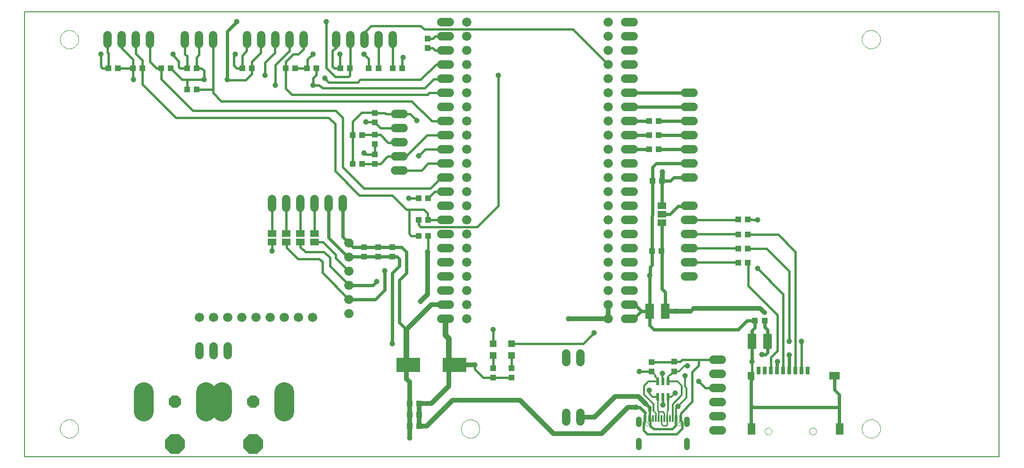
<source format=gtl>
G75*
%MOIN*%
%OFA0B0*%
%FSLAX24Y24*%
%IPPOS*%
%LPD*%
%AMOC8*
5,1,8,0,0,1.08239X$1,22.5*
%
%ADD10C,0.0050*%
%ADD11C,0.0660*%
%ADD12C,0.0000*%
%ADD13R,0.0394X0.0433*%
%ADD14R,0.0433X0.0394*%
%ADD15R,0.1693X0.0984*%
%ADD16R,0.0630X0.1063*%
%ADD17C,0.0600*%
%ADD18C,0.0594*%
%ADD19OC8,0.0886*%
%ADD20C,0.1384*%
%ADD21OC8,0.1384*%
%ADD22R,0.0472X0.0472*%
%ADD23R,0.0240X0.0450*%
%ADD24R,0.0120X0.0450*%
%ADD25C,0.0390*%
%ADD26R,0.0217X0.0531*%
%ADD27R,0.0551X0.0787*%
%ADD28R,0.0504X0.0551*%
%ADD29R,0.0768X0.0551*%
%ADD30R,0.0276X0.0551*%
%ADD31R,0.0630X0.0460*%
%ADD32C,0.0240*%
%ADD33C,0.0320*%
%ADD34C,0.0396*%
%ADD35C,0.0160*%
%ADD36C,0.0400*%
%ADD37C,0.0100*%
%ADD38C,0.0120*%
D10*
X000126Y010852D02*
X000126Y042348D01*
X069023Y042348D01*
X069023Y010852D01*
X000126Y010852D01*
D11*
X012476Y020693D03*
X013476Y020693D03*
X014476Y020693D03*
X015476Y020693D03*
X016476Y020693D03*
X017476Y020693D03*
X018476Y020693D03*
X019476Y020693D03*
X020476Y020693D03*
X023035Y020988D03*
X023035Y021988D03*
X023035Y022988D03*
X023035Y023988D03*
X023035Y024988D03*
X023035Y025988D03*
X031376Y025602D03*
X031376Y024602D03*
X031376Y023602D03*
X031376Y022602D03*
X031376Y021602D03*
X031376Y020602D03*
X031376Y026602D03*
X031376Y027602D03*
X031376Y028602D03*
X031376Y029602D03*
X031376Y030602D03*
X031376Y031602D03*
X031376Y032602D03*
X031376Y033602D03*
X031376Y034602D03*
X031376Y035602D03*
X031376Y036602D03*
X031376Y037602D03*
X031376Y038602D03*
X031376Y039602D03*
X031376Y040602D03*
X031376Y041602D03*
X041376Y041602D03*
X041376Y040602D03*
X041376Y039602D03*
X041376Y038602D03*
X041376Y037602D03*
X041376Y036602D03*
X041376Y035602D03*
X041376Y034602D03*
X041376Y033602D03*
X041376Y032602D03*
X041376Y031602D03*
X041376Y030602D03*
X041376Y029602D03*
X041376Y028602D03*
X041376Y027602D03*
X041376Y026602D03*
X041376Y025602D03*
X041376Y024602D03*
X041376Y023602D03*
X041376Y022602D03*
X041376Y021602D03*
X041376Y020602D03*
D12*
X043425Y013460D02*
X043427Y013481D01*
X043433Y013501D01*
X043442Y013521D01*
X043454Y013538D01*
X043469Y013552D01*
X043487Y013564D01*
X043507Y013572D01*
X043527Y013577D01*
X043548Y013578D01*
X043569Y013575D01*
X043589Y013569D01*
X043608Y013558D01*
X043625Y013545D01*
X043638Y013529D01*
X043649Y013511D01*
X043657Y013491D01*
X043661Y013471D01*
X043661Y013449D01*
X043657Y013429D01*
X043649Y013409D01*
X043638Y013391D01*
X043625Y013375D01*
X043608Y013362D01*
X043589Y013351D01*
X043569Y013345D01*
X043548Y013342D01*
X043527Y013343D01*
X043507Y013348D01*
X043487Y013356D01*
X043469Y013368D01*
X043454Y013382D01*
X043442Y013399D01*
X043433Y013419D01*
X043427Y013439D01*
X043425Y013460D01*
X043425Y013150D02*
X043427Y013171D01*
X043433Y013191D01*
X043442Y013211D01*
X043454Y013228D01*
X043469Y013242D01*
X043487Y013254D01*
X043507Y013262D01*
X043527Y013267D01*
X043548Y013268D01*
X043569Y013265D01*
X043589Y013259D01*
X043608Y013248D01*
X043625Y013235D01*
X043638Y013219D01*
X043649Y013201D01*
X043657Y013181D01*
X043661Y013161D01*
X043661Y013139D01*
X043657Y013119D01*
X043649Y013099D01*
X043638Y013081D01*
X043625Y013065D01*
X043608Y013052D01*
X043589Y013041D01*
X043569Y013035D01*
X043548Y013032D01*
X043527Y013033D01*
X043507Y013038D01*
X043487Y013046D01*
X043469Y013058D01*
X043454Y013072D01*
X043442Y013089D01*
X043433Y013109D01*
X043427Y013129D01*
X043425Y013150D01*
X043978Y013150D02*
X043980Y013172D01*
X043986Y013194D01*
X043995Y013214D01*
X044008Y013232D01*
X044024Y013248D01*
X044042Y013261D01*
X044062Y013270D01*
X044084Y013276D01*
X044106Y013278D01*
X044128Y013276D01*
X044150Y013270D01*
X044170Y013261D01*
X044188Y013248D01*
X044204Y013232D01*
X044217Y013214D01*
X044226Y013194D01*
X044232Y013172D01*
X044234Y013150D01*
X044232Y013128D01*
X044226Y013106D01*
X044217Y013086D01*
X044204Y013068D01*
X044188Y013052D01*
X044170Y013039D01*
X044150Y013030D01*
X044128Y013024D01*
X044106Y013022D01*
X044084Y013024D01*
X044062Y013030D01*
X044042Y013039D01*
X044024Y013052D01*
X044008Y013068D01*
X043995Y013086D01*
X043986Y013106D01*
X043980Y013128D01*
X043978Y013150D01*
X043425Y011960D02*
X043427Y011981D01*
X043433Y012001D01*
X043442Y012021D01*
X043454Y012038D01*
X043469Y012052D01*
X043487Y012064D01*
X043507Y012072D01*
X043527Y012077D01*
X043548Y012078D01*
X043569Y012075D01*
X043589Y012069D01*
X043608Y012058D01*
X043625Y012045D01*
X043638Y012029D01*
X043649Y012011D01*
X043657Y011991D01*
X043661Y011971D01*
X043661Y011949D01*
X043657Y011929D01*
X043649Y011909D01*
X043638Y011891D01*
X043625Y011875D01*
X043608Y011862D01*
X043589Y011851D01*
X043569Y011845D01*
X043548Y011842D01*
X043527Y011843D01*
X043507Y011848D01*
X043487Y011856D01*
X043469Y011868D01*
X043454Y011882D01*
X043442Y011899D01*
X043433Y011919D01*
X043427Y011939D01*
X043425Y011960D01*
X043425Y011491D02*
X043427Y011512D01*
X043433Y011532D01*
X043442Y011552D01*
X043454Y011569D01*
X043469Y011583D01*
X043487Y011595D01*
X043507Y011603D01*
X043527Y011608D01*
X043548Y011609D01*
X043569Y011606D01*
X043589Y011600D01*
X043608Y011589D01*
X043625Y011576D01*
X043638Y011560D01*
X043649Y011542D01*
X043657Y011522D01*
X043661Y011502D01*
X043661Y011480D01*
X043657Y011460D01*
X043649Y011440D01*
X043638Y011422D01*
X043625Y011406D01*
X043608Y011393D01*
X043589Y011382D01*
X043569Y011376D01*
X043548Y011373D01*
X043527Y011374D01*
X043507Y011379D01*
X043487Y011387D01*
X043469Y011399D01*
X043454Y011413D01*
X043442Y011430D01*
X043433Y011450D01*
X043427Y011470D01*
X043425Y011491D01*
X046253Y013150D02*
X046255Y013172D01*
X046261Y013194D01*
X046270Y013214D01*
X046283Y013232D01*
X046299Y013248D01*
X046317Y013261D01*
X046337Y013270D01*
X046359Y013276D01*
X046381Y013278D01*
X046403Y013276D01*
X046425Y013270D01*
X046445Y013261D01*
X046463Y013248D01*
X046479Y013232D01*
X046492Y013214D01*
X046501Y013194D01*
X046507Y013172D01*
X046509Y013150D01*
X046507Y013128D01*
X046501Y013106D01*
X046492Y013086D01*
X046479Y013068D01*
X046463Y013052D01*
X046445Y013039D01*
X046425Y013030D01*
X046403Y013024D01*
X046381Y013022D01*
X046359Y013024D01*
X046337Y013030D01*
X046317Y013039D01*
X046299Y013052D01*
X046283Y013068D01*
X046270Y013086D01*
X046261Y013106D01*
X046255Y013128D01*
X046253Y013150D01*
X046826Y013150D02*
X046828Y013171D01*
X046834Y013191D01*
X046843Y013211D01*
X046855Y013228D01*
X046870Y013242D01*
X046888Y013254D01*
X046908Y013262D01*
X046928Y013267D01*
X046949Y013268D01*
X046970Y013265D01*
X046990Y013259D01*
X047009Y013248D01*
X047026Y013235D01*
X047039Y013219D01*
X047050Y013201D01*
X047058Y013181D01*
X047062Y013161D01*
X047062Y013139D01*
X047058Y013119D01*
X047050Y013099D01*
X047039Y013081D01*
X047026Y013065D01*
X047009Y013052D01*
X046990Y013041D01*
X046970Y013035D01*
X046949Y013032D01*
X046928Y013033D01*
X046908Y013038D01*
X046888Y013046D01*
X046870Y013058D01*
X046855Y013072D01*
X046843Y013089D01*
X046834Y013109D01*
X046828Y013129D01*
X046826Y013150D01*
X046826Y013460D02*
X046828Y013481D01*
X046834Y013501D01*
X046843Y013521D01*
X046855Y013538D01*
X046870Y013552D01*
X046888Y013564D01*
X046908Y013572D01*
X046928Y013577D01*
X046949Y013578D01*
X046970Y013575D01*
X046990Y013569D01*
X047009Y013558D01*
X047026Y013545D01*
X047039Y013529D01*
X047050Y013511D01*
X047058Y013491D01*
X047062Y013471D01*
X047062Y013449D01*
X047058Y013429D01*
X047050Y013409D01*
X047039Y013391D01*
X047026Y013375D01*
X047009Y013362D01*
X046990Y013351D01*
X046970Y013345D01*
X046949Y013342D01*
X046928Y013343D01*
X046908Y013348D01*
X046888Y013356D01*
X046870Y013368D01*
X046855Y013382D01*
X046843Y013399D01*
X046834Y013419D01*
X046828Y013439D01*
X046826Y013460D01*
X046826Y011960D02*
X046828Y011981D01*
X046834Y012001D01*
X046843Y012021D01*
X046855Y012038D01*
X046870Y012052D01*
X046888Y012064D01*
X046908Y012072D01*
X046928Y012077D01*
X046949Y012078D01*
X046970Y012075D01*
X046990Y012069D01*
X047009Y012058D01*
X047026Y012045D01*
X047039Y012029D01*
X047050Y012011D01*
X047058Y011991D01*
X047062Y011971D01*
X047062Y011949D01*
X047058Y011929D01*
X047050Y011909D01*
X047039Y011891D01*
X047026Y011875D01*
X047009Y011862D01*
X046990Y011851D01*
X046970Y011845D01*
X046949Y011842D01*
X046928Y011843D01*
X046908Y011848D01*
X046888Y011856D01*
X046870Y011868D01*
X046855Y011882D01*
X046843Y011899D01*
X046834Y011919D01*
X046828Y011939D01*
X046826Y011960D01*
X046826Y011490D02*
X046828Y011511D01*
X046834Y011531D01*
X046843Y011551D01*
X046855Y011568D01*
X046870Y011582D01*
X046888Y011594D01*
X046908Y011602D01*
X046928Y011607D01*
X046949Y011608D01*
X046970Y011605D01*
X046990Y011599D01*
X047009Y011588D01*
X047026Y011575D01*
X047039Y011559D01*
X047050Y011541D01*
X047058Y011521D01*
X047062Y011501D01*
X047062Y011479D01*
X047058Y011459D01*
X047050Y011439D01*
X047039Y011421D01*
X047026Y011405D01*
X047009Y011392D01*
X046990Y011381D01*
X046970Y011375D01*
X046949Y011372D01*
X046928Y011373D01*
X046908Y011378D01*
X046888Y011386D01*
X046870Y011398D01*
X046855Y011412D01*
X046843Y011429D01*
X046834Y011449D01*
X046828Y011469D01*
X046826Y011490D01*
X052450Y012643D02*
X052452Y012674D01*
X052458Y012704D01*
X052467Y012734D01*
X052480Y012762D01*
X052497Y012788D01*
X052517Y012811D01*
X052539Y012833D01*
X052564Y012851D01*
X052591Y012866D01*
X052620Y012877D01*
X052650Y012885D01*
X052681Y012889D01*
X052711Y012889D01*
X052742Y012885D01*
X052772Y012877D01*
X052801Y012866D01*
X052828Y012851D01*
X052853Y012833D01*
X052875Y012811D01*
X052895Y012788D01*
X052912Y012762D01*
X052925Y012734D01*
X052934Y012704D01*
X052940Y012674D01*
X052942Y012643D01*
X052940Y012612D01*
X052934Y012582D01*
X052925Y012552D01*
X052912Y012524D01*
X052895Y012498D01*
X052875Y012475D01*
X052853Y012453D01*
X052828Y012435D01*
X052801Y012420D01*
X052772Y012409D01*
X052742Y012401D01*
X052711Y012397D01*
X052681Y012397D01*
X052650Y012401D01*
X052620Y012409D01*
X052591Y012420D01*
X052564Y012435D01*
X052539Y012453D01*
X052517Y012475D01*
X052497Y012498D01*
X052480Y012524D01*
X052467Y012552D01*
X052458Y012582D01*
X052452Y012612D01*
X052450Y012643D01*
X055600Y012643D02*
X055602Y012674D01*
X055608Y012704D01*
X055617Y012734D01*
X055630Y012762D01*
X055647Y012788D01*
X055667Y012811D01*
X055689Y012833D01*
X055714Y012851D01*
X055741Y012866D01*
X055770Y012877D01*
X055800Y012885D01*
X055831Y012889D01*
X055861Y012889D01*
X055892Y012885D01*
X055922Y012877D01*
X055951Y012866D01*
X055978Y012851D01*
X056003Y012833D01*
X056025Y012811D01*
X056045Y012788D01*
X056062Y012762D01*
X056075Y012734D01*
X056084Y012704D01*
X056090Y012674D01*
X056092Y012643D01*
X056090Y012612D01*
X056084Y012582D01*
X056075Y012552D01*
X056062Y012524D01*
X056045Y012498D01*
X056025Y012475D01*
X056003Y012453D01*
X055978Y012435D01*
X055951Y012420D01*
X055922Y012409D01*
X055892Y012401D01*
X055861Y012397D01*
X055831Y012397D01*
X055800Y012401D01*
X055770Y012409D01*
X055741Y012420D01*
X055714Y012435D01*
X055689Y012453D01*
X055667Y012475D01*
X055647Y012498D01*
X055630Y012524D01*
X055617Y012552D01*
X055608Y012582D01*
X055602Y012612D01*
X055600Y012643D01*
X059318Y012821D02*
X059320Y012871D01*
X059326Y012921D01*
X059336Y012971D01*
X059349Y013019D01*
X059366Y013067D01*
X059387Y013113D01*
X059411Y013157D01*
X059439Y013199D01*
X059470Y013239D01*
X059504Y013276D01*
X059541Y013311D01*
X059580Y013342D01*
X059621Y013371D01*
X059665Y013396D01*
X059711Y013418D01*
X059758Y013436D01*
X059806Y013450D01*
X059855Y013461D01*
X059905Y013468D01*
X059955Y013471D01*
X060006Y013470D01*
X060056Y013465D01*
X060106Y013456D01*
X060154Y013444D01*
X060202Y013427D01*
X060248Y013407D01*
X060293Y013384D01*
X060336Y013357D01*
X060376Y013327D01*
X060414Y013294D01*
X060449Y013258D01*
X060482Y013219D01*
X060511Y013178D01*
X060537Y013135D01*
X060560Y013090D01*
X060579Y013043D01*
X060594Y012995D01*
X060606Y012946D01*
X060614Y012896D01*
X060618Y012846D01*
X060618Y012796D01*
X060614Y012746D01*
X060606Y012696D01*
X060594Y012647D01*
X060579Y012599D01*
X060560Y012552D01*
X060537Y012507D01*
X060511Y012464D01*
X060482Y012423D01*
X060449Y012384D01*
X060414Y012348D01*
X060376Y012315D01*
X060336Y012285D01*
X060293Y012258D01*
X060248Y012235D01*
X060202Y012215D01*
X060154Y012198D01*
X060106Y012186D01*
X060056Y012177D01*
X060006Y012172D01*
X059955Y012171D01*
X059905Y012174D01*
X059855Y012181D01*
X059806Y012192D01*
X059758Y012206D01*
X059711Y012224D01*
X059665Y012246D01*
X059621Y012271D01*
X059580Y012300D01*
X059541Y012331D01*
X059504Y012366D01*
X059470Y012403D01*
X059439Y012443D01*
X059411Y012485D01*
X059387Y012529D01*
X059366Y012575D01*
X059349Y012623D01*
X059336Y012671D01*
X059326Y012721D01*
X059320Y012771D01*
X059318Y012821D01*
X030972Y012821D02*
X030974Y012871D01*
X030980Y012921D01*
X030990Y012971D01*
X031003Y013019D01*
X031020Y013067D01*
X031041Y013113D01*
X031065Y013157D01*
X031093Y013199D01*
X031124Y013239D01*
X031158Y013276D01*
X031195Y013311D01*
X031234Y013342D01*
X031275Y013371D01*
X031319Y013396D01*
X031365Y013418D01*
X031412Y013436D01*
X031460Y013450D01*
X031509Y013461D01*
X031559Y013468D01*
X031609Y013471D01*
X031660Y013470D01*
X031710Y013465D01*
X031760Y013456D01*
X031808Y013444D01*
X031856Y013427D01*
X031902Y013407D01*
X031947Y013384D01*
X031990Y013357D01*
X032030Y013327D01*
X032068Y013294D01*
X032103Y013258D01*
X032136Y013219D01*
X032165Y013178D01*
X032191Y013135D01*
X032214Y013090D01*
X032233Y013043D01*
X032248Y012995D01*
X032260Y012946D01*
X032268Y012896D01*
X032272Y012846D01*
X032272Y012796D01*
X032268Y012746D01*
X032260Y012696D01*
X032248Y012647D01*
X032233Y012599D01*
X032214Y012552D01*
X032191Y012507D01*
X032165Y012464D01*
X032136Y012423D01*
X032103Y012384D01*
X032068Y012348D01*
X032030Y012315D01*
X031990Y012285D01*
X031947Y012258D01*
X031902Y012235D01*
X031856Y012215D01*
X031808Y012198D01*
X031760Y012186D01*
X031710Y012177D01*
X031660Y012172D01*
X031609Y012171D01*
X031559Y012174D01*
X031509Y012181D01*
X031460Y012192D01*
X031412Y012206D01*
X031365Y012224D01*
X031319Y012246D01*
X031275Y012271D01*
X031234Y012300D01*
X031195Y012331D01*
X031158Y012366D01*
X031124Y012403D01*
X031093Y012443D01*
X031065Y012485D01*
X031041Y012529D01*
X031020Y012575D01*
X031003Y012623D01*
X030990Y012671D01*
X030980Y012721D01*
X030974Y012771D01*
X030972Y012821D01*
X002625Y012821D02*
X002627Y012871D01*
X002633Y012921D01*
X002643Y012971D01*
X002656Y013019D01*
X002673Y013067D01*
X002694Y013113D01*
X002718Y013157D01*
X002746Y013199D01*
X002777Y013239D01*
X002811Y013276D01*
X002848Y013311D01*
X002887Y013342D01*
X002928Y013371D01*
X002972Y013396D01*
X003018Y013418D01*
X003065Y013436D01*
X003113Y013450D01*
X003162Y013461D01*
X003212Y013468D01*
X003262Y013471D01*
X003313Y013470D01*
X003363Y013465D01*
X003413Y013456D01*
X003461Y013444D01*
X003509Y013427D01*
X003555Y013407D01*
X003600Y013384D01*
X003643Y013357D01*
X003683Y013327D01*
X003721Y013294D01*
X003756Y013258D01*
X003789Y013219D01*
X003818Y013178D01*
X003844Y013135D01*
X003867Y013090D01*
X003886Y013043D01*
X003901Y012995D01*
X003913Y012946D01*
X003921Y012896D01*
X003925Y012846D01*
X003925Y012796D01*
X003921Y012746D01*
X003913Y012696D01*
X003901Y012647D01*
X003886Y012599D01*
X003867Y012552D01*
X003844Y012507D01*
X003818Y012464D01*
X003789Y012423D01*
X003756Y012384D01*
X003721Y012348D01*
X003683Y012315D01*
X003643Y012285D01*
X003600Y012258D01*
X003555Y012235D01*
X003509Y012215D01*
X003461Y012198D01*
X003413Y012186D01*
X003363Y012177D01*
X003313Y012172D01*
X003262Y012171D01*
X003212Y012174D01*
X003162Y012181D01*
X003113Y012192D01*
X003065Y012206D01*
X003018Y012224D01*
X002972Y012246D01*
X002928Y012271D01*
X002887Y012300D01*
X002848Y012331D01*
X002811Y012366D01*
X002777Y012403D01*
X002746Y012443D01*
X002718Y012485D01*
X002694Y012529D01*
X002673Y012575D01*
X002656Y012623D01*
X002643Y012671D01*
X002633Y012721D01*
X002627Y012771D01*
X002625Y012821D01*
X002625Y040380D02*
X002627Y040430D01*
X002633Y040480D01*
X002643Y040530D01*
X002656Y040578D01*
X002673Y040626D01*
X002694Y040672D01*
X002718Y040716D01*
X002746Y040758D01*
X002777Y040798D01*
X002811Y040835D01*
X002848Y040870D01*
X002887Y040901D01*
X002928Y040930D01*
X002972Y040955D01*
X003018Y040977D01*
X003065Y040995D01*
X003113Y041009D01*
X003162Y041020D01*
X003212Y041027D01*
X003262Y041030D01*
X003313Y041029D01*
X003363Y041024D01*
X003413Y041015D01*
X003461Y041003D01*
X003509Y040986D01*
X003555Y040966D01*
X003600Y040943D01*
X003643Y040916D01*
X003683Y040886D01*
X003721Y040853D01*
X003756Y040817D01*
X003789Y040778D01*
X003818Y040737D01*
X003844Y040694D01*
X003867Y040649D01*
X003886Y040602D01*
X003901Y040554D01*
X003913Y040505D01*
X003921Y040455D01*
X003925Y040405D01*
X003925Y040355D01*
X003921Y040305D01*
X003913Y040255D01*
X003901Y040206D01*
X003886Y040158D01*
X003867Y040111D01*
X003844Y040066D01*
X003818Y040023D01*
X003789Y039982D01*
X003756Y039943D01*
X003721Y039907D01*
X003683Y039874D01*
X003643Y039844D01*
X003600Y039817D01*
X003555Y039794D01*
X003509Y039774D01*
X003461Y039757D01*
X003413Y039745D01*
X003363Y039736D01*
X003313Y039731D01*
X003262Y039730D01*
X003212Y039733D01*
X003162Y039740D01*
X003113Y039751D01*
X003065Y039765D01*
X003018Y039783D01*
X002972Y039805D01*
X002928Y039830D01*
X002887Y039859D01*
X002848Y039890D01*
X002811Y039925D01*
X002777Y039962D01*
X002746Y040002D01*
X002718Y040044D01*
X002694Y040088D01*
X002673Y040134D01*
X002656Y040182D01*
X002643Y040230D01*
X002633Y040280D01*
X002627Y040330D01*
X002625Y040380D01*
X059318Y040380D02*
X059320Y040430D01*
X059326Y040480D01*
X059336Y040530D01*
X059349Y040578D01*
X059366Y040626D01*
X059387Y040672D01*
X059411Y040716D01*
X059439Y040758D01*
X059470Y040798D01*
X059504Y040835D01*
X059541Y040870D01*
X059580Y040901D01*
X059621Y040930D01*
X059665Y040955D01*
X059711Y040977D01*
X059758Y040995D01*
X059806Y041009D01*
X059855Y041020D01*
X059905Y041027D01*
X059955Y041030D01*
X060006Y041029D01*
X060056Y041024D01*
X060106Y041015D01*
X060154Y041003D01*
X060202Y040986D01*
X060248Y040966D01*
X060293Y040943D01*
X060336Y040916D01*
X060376Y040886D01*
X060414Y040853D01*
X060449Y040817D01*
X060482Y040778D01*
X060511Y040737D01*
X060537Y040694D01*
X060560Y040649D01*
X060579Y040602D01*
X060594Y040554D01*
X060606Y040505D01*
X060614Y040455D01*
X060618Y040405D01*
X060618Y040355D01*
X060614Y040305D01*
X060606Y040255D01*
X060594Y040206D01*
X060579Y040158D01*
X060560Y040111D01*
X060537Y040066D01*
X060511Y040023D01*
X060482Y039982D01*
X060449Y039943D01*
X060414Y039907D01*
X060376Y039874D01*
X060336Y039844D01*
X060293Y039817D01*
X060248Y039794D01*
X060202Y039774D01*
X060154Y039757D01*
X060106Y039745D01*
X060056Y039736D01*
X060006Y039731D01*
X059955Y039730D01*
X059905Y039733D01*
X059855Y039740D01*
X059806Y039751D01*
X059758Y039765D01*
X059711Y039783D01*
X059665Y039805D01*
X059621Y039830D01*
X059580Y039859D01*
X059541Y039890D01*
X059504Y039925D01*
X059470Y039962D01*
X059439Y040002D01*
X059411Y040044D01*
X059387Y040088D01*
X059366Y040134D01*
X059349Y040182D01*
X059336Y040230D01*
X059326Y040280D01*
X059320Y040330D01*
X059318Y040380D01*
D13*
X044960Y034602D03*
X044291Y034602D03*
X044291Y033602D03*
X044960Y033602D03*
X044960Y032602D03*
X044291Y032602D03*
X050578Y027622D03*
X051248Y027622D03*
X051248Y026572D03*
X050578Y026572D03*
X050578Y025582D03*
X051248Y025582D03*
X051248Y024572D03*
X050578Y024572D03*
X028630Y027612D03*
X027961Y027612D03*
X027961Y029122D03*
X028630Y029122D03*
X023980Y031561D03*
X023311Y031561D03*
X023311Y033608D03*
X023980Y033608D03*
X024876Y034517D03*
X024876Y035187D03*
X012263Y036836D03*
X011594Y036836D03*
X010460Y038332D03*
X009791Y038332D03*
X008460Y038332D03*
X007791Y038332D03*
X024126Y025687D03*
X024126Y025017D03*
X025126Y025017D03*
X025126Y025687D03*
X026126Y025687D03*
X026126Y025017D03*
D14*
X027961Y026472D03*
X028630Y026472D03*
X024876Y031577D03*
X024876Y032247D03*
X024876Y032957D03*
X024876Y033627D03*
X025130Y038332D03*
X024460Y038332D03*
X023110Y038332D03*
X022441Y038332D03*
X020740Y038332D03*
X020071Y038332D03*
X019257Y038332D03*
X018588Y038332D03*
X016170Y038332D03*
X015501Y038332D03*
X012263Y038332D03*
X011594Y038332D03*
X006720Y038332D03*
X006051Y038332D03*
X026139Y038332D03*
X026808Y038332D03*
X028626Y039767D03*
X028626Y040437D03*
X044511Y030382D03*
X045180Y030382D03*
X045160Y025419D03*
X044491Y025419D03*
X051759Y020486D03*
X052429Y020486D03*
X046056Y017557D03*
X046056Y016887D03*
X044446Y016857D03*
X044446Y017527D03*
X034535Y017092D03*
X033236Y017092D03*
X033236Y016423D03*
X034535Y016423D03*
X028019Y014592D03*
X027350Y014592D03*
X027350Y013805D03*
X028019Y013805D03*
X028019Y013017D03*
X027350Y013017D03*
D15*
X027242Y017352D03*
X030509Y017352D03*
D16*
X044324Y021152D03*
X045427Y021152D03*
X051543Y018994D03*
X052645Y018994D03*
D17*
X049396Y017702D02*
X048796Y017702D01*
X048796Y016702D02*
X049396Y016702D01*
X049396Y015702D02*
X048796Y015702D01*
X048796Y014702D02*
X049396Y014702D01*
X049396Y013702D02*
X048796Y013702D01*
X048796Y012702D02*
X049396Y012702D01*
X039416Y013332D02*
X039416Y013932D01*
X038416Y013932D02*
X038416Y013332D01*
X038416Y017552D02*
X038416Y018152D01*
X039416Y018152D02*
X039416Y017552D01*
X046826Y023602D02*
X047426Y023602D01*
X047426Y024602D02*
X046826Y024602D01*
X046826Y025602D02*
X047426Y025602D01*
X047426Y026602D02*
X046826Y026602D01*
X046826Y027602D02*
X047426Y027602D01*
X047426Y028602D02*
X046826Y028602D01*
X046826Y030602D02*
X047426Y030602D01*
X047426Y031602D02*
X046826Y031602D01*
X046826Y032602D02*
X047426Y032602D01*
X047426Y033602D02*
X046826Y033602D01*
X046826Y034602D02*
X047426Y034602D01*
X047426Y035602D02*
X046826Y035602D01*
X046826Y036602D02*
X047426Y036602D01*
X026918Y035101D02*
X026318Y035101D01*
X026318Y034101D02*
X026918Y034101D01*
X026918Y033101D02*
X026318Y033101D01*
X026318Y032101D02*
X026918Y032101D01*
X026918Y031101D02*
X026318Y031101D01*
X022626Y029065D02*
X022626Y028465D01*
X021626Y028465D02*
X021626Y029065D01*
X020626Y029065D02*
X020626Y028465D01*
X019626Y028465D02*
X019626Y029065D01*
X018626Y029065D02*
X018626Y028465D01*
X017626Y028465D02*
X017626Y029065D01*
X014472Y018632D02*
X014472Y018032D01*
X013472Y018032D02*
X013472Y018632D01*
X012472Y018632D02*
X012472Y018032D01*
X012441Y040080D02*
X012441Y040680D01*
X011441Y040680D02*
X011441Y040080D01*
X013441Y040080D02*
X013441Y040680D01*
X015834Y040680D02*
X015834Y040080D01*
X016834Y040080D02*
X016834Y040680D01*
X017834Y040680D02*
X017834Y040080D01*
X018834Y040080D02*
X018834Y040680D01*
X019834Y040680D02*
X019834Y040080D01*
X022133Y040080D02*
X022133Y040680D01*
X023133Y040680D02*
X023133Y040080D01*
X024133Y040080D02*
X024133Y040680D01*
X025133Y040680D02*
X025133Y040080D01*
X026133Y040080D02*
X026133Y040680D01*
X008980Y040680D02*
X008980Y040080D01*
X007980Y040080D02*
X007980Y040680D01*
X006980Y040680D02*
X006980Y040080D01*
X005980Y040080D02*
X005980Y040680D01*
D18*
X029579Y040602D02*
X030172Y040602D01*
X030172Y039602D02*
X029579Y039602D01*
X029579Y038602D02*
X030172Y038602D01*
X030172Y037602D02*
X029579Y037602D01*
X029579Y036602D02*
X030172Y036602D01*
X030172Y035602D02*
X029579Y035602D01*
X029579Y034602D02*
X030172Y034602D01*
X030172Y033602D02*
X029579Y033602D01*
X029579Y032602D02*
X030172Y032602D01*
X030172Y031602D02*
X029579Y031602D01*
X029579Y030602D02*
X030172Y030602D01*
X030172Y029602D02*
X029579Y029602D01*
X029579Y028602D02*
X030172Y028602D01*
X030172Y027602D02*
X029579Y027602D01*
X029579Y026602D02*
X030172Y026602D01*
X030172Y025602D02*
X029579Y025602D01*
X029579Y024602D02*
X030172Y024602D01*
X030172Y023602D02*
X029579Y023602D01*
X029579Y022602D02*
X030172Y022602D01*
X030172Y021602D02*
X029579Y021602D01*
X029579Y020602D02*
X030172Y020602D01*
X042579Y020602D02*
X043172Y020602D01*
X043172Y021602D02*
X042579Y021602D01*
X042579Y022602D02*
X043172Y022602D01*
X043172Y023602D02*
X042579Y023602D01*
X042579Y024602D02*
X043172Y024602D01*
X043172Y025602D02*
X042579Y025602D01*
X042579Y026602D02*
X043172Y026602D01*
X043172Y027602D02*
X042579Y027602D01*
X042579Y028602D02*
X043172Y028602D01*
X043172Y029602D02*
X042579Y029602D01*
X042579Y030602D02*
X043172Y030602D01*
X043172Y031602D02*
X042579Y031602D01*
X042579Y032602D02*
X043172Y032602D01*
X043172Y033602D02*
X042579Y033602D01*
X042579Y034602D02*
X043172Y034602D01*
X043172Y035602D02*
X042579Y035602D01*
X042579Y036602D02*
X043172Y036602D01*
X043172Y037602D02*
X042579Y037602D01*
X042579Y038602D02*
X043172Y038602D01*
X043172Y039602D02*
X042579Y039602D01*
X042579Y040602D02*
X043172Y040602D01*
X043172Y041602D02*
X042579Y041602D01*
X030172Y041602D02*
X029579Y041602D01*
D19*
X016267Y014726D03*
X010756Y014726D03*
D20*
X012956Y015418D02*
X012956Y014034D01*
X014067Y014034D02*
X014067Y015418D01*
X018467Y015418D02*
X018467Y014034D01*
X008556Y014034D02*
X008556Y015418D01*
D21*
X010756Y011726D03*
X016267Y011726D03*
D22*
X033236Y018017D03*
X034535Y018017D03*
X034535Y018844D03*
X033236Y018844D03*
D23*
X043984Y013530D03*
X044299Y013530D03*
X046189Y013530D03*
X046504Y013530D03*
D24*
X045933Y013530D03*
X045736Y013530D03*
X045539Y013530D03*
X045342Y013530D03*
X045145Y013530D03*
X044948Y013530D03*
X044752Y013530D03*
X044555Y013530D03*
D25*
X043543Y013464D02*
X043543Y013144D01*
X043543Y011969D02*
X043543Y011489D01*
X046944Y011489D02*
X046944Y011969D01*
X046944Y013144D02*
X046944Y013464D01*
X046944Y013144D01*
D26*
X045610Y015081D03*
X045236Y015081D03*
X044862Y015081D03*
X044862Y016163D03*
X045236Y016163D03*
X045610Y016163D03*
D27*
X051515Y012801D03*
X057736Y012801D03*
D28*
X051492Y016580D03*
D29*
X057391Y016580D03*
D30*
X055492Y016923D03*
X055059Y016923D03*
X054626Y016923D03*
X054193Y016923D03*
X053759Y016923D03*
X053326Y016923D03*
X052893Y016923D03*
X052460Y016923D03*
X052027Y016923D03*
D31*
X045186Y027402D03*
X045186Y028002D03*
X045186Y028602D03*
X020626Y026652D03*
X020626Y026052D03*
X019626Y026052D03*
X019626Y026652D03*
X018626Y026652D03*
X018626Y026052D03*
X017626Y026052D03*
X017626Y026652D03*
D32*
X021626Y026352D02*
X021626Y028765D01*
X022626Y028765D02*
X022626Y026397D01*
X023035Y025988D01*
X023336Y025687D01*
X024126Y025687D01*
X025126Y025687D01*
X026126Y025687D01*
X026791Y025687D01*
X027126Y025352D01*
X027126Y023852D01*
X026626Y023352D01*
X026626Y020352D01*
X027126Y019852D01*
X026126Y018852D02*
X026126Y023852D01*
X026626Y024352D01*
X026626Y024852D01*
X026460Y025017D01*
X026126Y025017D01*
X025126Y025017D01*
X024126Y025017D01*
X023065Y025017D01*
X023035Y024988D01*
X022990Y024988D01*
X021626Y026352D01*
X025576Y024002D02*
X025576Y022632D01*
X024926Y021982D01*
X023041Y021982D01*
X023035Y021988D01*
X023035Y022988D02*
X024741Y022988D01*
X025006Y023252D01*
X028019Y014592D02*
X028010Y014572D01*
X028020Y013842D02*
X028019Y013805D01*
X028036Y013078D02*
X028019Y013017D01*
X043356Y014352D02*
X043596Y014352D01*
X043986Y013962D01*
X044296Y014092D02*
X044296Y014322D01*
X044046Y014572D01*
X044046Y014578D01*
X051492Y014500D02*
X051492Y012754D01*
X051515Y012801D01*
X051640Y014352D02*
X057726Y014352D01*
X057726Y015232D01*
X057391Y015566D01*
X057387Y015562D01*
X057391Y015566D02*
X057391Y016580D01*
X054193Y016923D02*
X054193Y018015D01*
X054186Y018022D01*
X053336Y017582D02*
X053326Y017573D01*
X053326Y016923D01*
X052526Y018082D02*
X052645Y018202D01*
X052645Y018994D01*
X052646Y018994D01*
X052646Y019812D01*
X052429Y020029D01*
X052429Y020486D01*
X051759Y020486D02*
X051759Y019976D01*
X051546Y019762D01*
X051546Y018996D01*
X051543Y018994D01*
X051556Y018981D01*
X051556Y017582D01*
X052246Y018082D02*
X052526Y018082D01*
X051492Y016580D02*
X051515Y016510D01*
X051492Y016277D02*
X051492Y014500D01*
X051640Y014352D01*
X057726Y014352D02*
X057726Y012740D01*
X057725Y012741D02*
X057733Y012749D01*
X057739Y012758D01*
X057742Y012769D01*
X057743Y012780D01*
X057740Y012791D01*
X057735Y012801D01*
X050566Y019852D02*
X051186Y020472D01*
X051746Y020472D01*
X051759Y020486D01*
X050566Y019852D02*
X044596Y019852D01*
X044326Y020122D01*
X044326Y021151D01*
X044324Y021152D01*
X044324Y023658D01*
X044356Y023689D01*
X044356Y024262D01*
X044491Y024397D01*
X044491Y025419D01*
X044511Y030382D01*
X044526Y029887D01*
X044526Y031352D01*
X044776Y031602D01*
X047126Y031602D01*
X047126Y030602D02*
X045996Y030602D01*
X045776Y030382D01*
X045180Y030382D01*
X045180Y028607D01*
X045186Y028602D01*
X045756Y028002D02*
X046326Y028572D01*
X047096Y028572D01*
X047126Y028602D01*
X045756Y028002D02*
X045186Y028002D01*
X045186Y027402D02*
X045186Y025444D01*
X045160Y025419D01*
X045176Y025404D01*
X045176Y022722D01*
X045427Y022471D01*
X045427Y021152D01*
X044326Y021153D02*
X044324Y021152D01*
X043726Y021152D01*
X043176Y020602D01*
X042876Y020602D01*
X043726Y021152D02*
X043276Y021602D01*
X042876Y021602D01*
X047226Y021152D02*
X047426Y021352D01*
X047126Y032602D02*
X044960Y032602D01*
X044291Y032602D02*
X042876Y032602D01*
X042876Y033602D02*
X044291Y033602D01*
X044960Y033602D02*
X047126Y033602D01*
X047126Y034602D02*
X044960Y034602D01*
X044291Y034602D02*
X042876Y034602D01*
X042876Y035602D02*
X047126Y035602D01*
X047126Y036602D02*
X042876Y036602D01*
X022133Y040380D02*
X022126Y040387D01*
X015126Y041622D02*
X014437Y040933D01*
X014437Y037541D01*
D33*
X028626Y025352D02*
X028626Y022352D01*
X028126Y021852D01*
X028876Y021602D02*
X029876Y021602D01*
X028876Y021602D02*
X027126Y019852D01*
X027126Y019842D01*
X027126Y017468D02*
X027242Y017352D01*
X027126Y017236D01*
X027126Y016352D01*
X027350Y016128D01*
X027350Y014592D01*
X027350Y013805D01*
X027350Y013017D01*
X027346Y013013D01*
X027346Y012182D01*
X028019Y013017D02*
X028019Y013805D01*
X028019Y014592D01*
X028866Y014592D01*
X030126Y015852D01*
X030126Y017352D01*
X030509Y017352D01*
X030509Y017342D01*
X031956Y017342D01*
X030391Y014852D02*
X028556Y013017D01*
X028019Y013017D01*
X030391Y014852D02*
X035146Y014852D01*
X037516Y012482D01*
X040906Y012482D01*
X042776Y014352D01*
X043356Y014352D01*
X044046Y014578D02*
X043512Y015112D01*
X041886Y015112D01*
X040406Y013632D01*
X039416Y013632D01*
X038576Y020602D02*
X041376Y020602D01*
X041376Y020572D01*
X041386Y020562D01*
X041376Y020602D02*
X041376Y021602D01*
X038576Y020602D02*
X038566Y020612D01*
X045427Y021152D02*
X046166Y021152D01*
X047226Y021152D01*
X047426Y021352D02*
X052126Y021352D01*
X052429Y021049D01*
X045180Y030382D02*
X045196Y030397D01*
X045196Y031002D01*
X027242Y017352D02*
X026736Y017358D01*
D34*
X026126Y018852D03*
X027126Y019842D03*
X028126Y021852D03*
X025006Y023252D03*
X025576Y024002D03*
X028626Y025352D03*
X027266Y029122D03*
X027976Y032122D03*
X027856Y034642D03*
X024236Y034532D03*
X024126Y032352D03*
X020526Y037142D03*
X021356Y037622D03*
X020506Y039352D03*
X020496Y039352D03*
X022426Y039352D03*
X024126Y039352D03*
X026876Y039102D03*
X021456Y041622D03*
X017126Y037852D03*
X017836Y037142D03*
X014437Y037541D03*
X012816Y037542D03*
X015016Y039352D03*
X015126Y041622D03*
X010596Y039352D03*
X007796Y037528D03*
X005503Y039352D03*
X017616Y025402D03*
X031956Y017342D03*
X033236Y019832D03*
X038566Y020612D03*
X040376Y019602D03*
X043575Y016859D03*
X045226Y016732D03*
X046826Y016558D03*
X046991Y017256D03*
X047775Y016159D03*
X046126Y015352D03*
X046316Y014402D03*
X045236Y014502D03*
X044286Y015532D03*
X043356Y014352D03*
X051556Y017582D03*
X052246Y018082D03*
X053336Y017582D03*
X054186Y018022D03*
X054187Y018992D03*
X055058Y018992D03*
X051936Y024176D03*
X051936Y027609D03*
X045196Y031002D03*
X044324Y023658D03*
X046166Y021152D03*
X027346Y012182D03*
X033626Y037852D03*
D35*
X033626Y028602D01*
X032126Y027102D01*
X028126Y027102D01*
X027966Y027262D01*
X027966Y027617D01*
X027961Y027612D01*
X028626Y027617D02*
X028626Y028062D01*
X028336Y028352D01*
X027256Y028352D01*
X027296Y028312D01*
X027296Y026632D01*
X027456Y026472D01*
X027961Y026472D01*
X028630Y026472D02*
X028630Y025357D01*
X028626Y025352D01*
X028640Y027602D02*
X029876Y027602D01*
X028640Y027602D02*
X028630Y027612D01*
X027256Y028352D02*
X027126Y028352D01*
X026126Y029352D01*
X023786Y029352D01*
X022076Y031062D01*
X022076Y034402D01*
X021626Y034852D01*
X010826Y034852D01*
X008460Y037217D01*
X008460Y038332D01*
X008448Y038345D01*
X008448Y038906D01*
X007979Y039375D01*
X007979Y040378D01*
X007980Y040380D01*
X008980Y040380D02*
X008980Y038792D01*
X009436Y038336D01*
X009791Y038332D01*
X009791Y037577D01*
X012016Y035352D01*
X022126Y035352D01*
X022626Y034852D01*
X022626Y031352D01*
X024126Y029852D01*
X028816Y029852D01*
X029496Y030532D01*
X029806Y030532D01*
X029876Y030602D01*
X029866Y031592D02*
X028656Y031592D01*
X028165Y031101D01*
X026618Y031101D01*
X026609Y032092D02*
X025776Y032092D01*
X025261Y031577D01*
X024876Y031577D01*
X023997Y031577D01*
X023980Y031561D01*
X023311Y031561D02*
X023311Y033608D01*
X023311Y034567D01*
X023936Y035192D01*
X024870Y035192D01*
X024876Y035187D01*
X025581Y035187D01*
X025666Y035102D01*
X026617Y035102D01*
X026618Y035101D01*
X027376Y035101D01*
X027836Y034642D01*
X027856Y034642D01*
X028896Y034602D02*
X027486Y036012D01*
X014026Y036012D01*
X013436Y036602D01*
X013436Y036852D01*
X013420Y036836D01*
X012263Y036836D01*
X011594Y036836D02*
X011594Y037511D01*
X011626Y037542D01*
X012816Y037542D01*
X012816Y038162D01*
X012626Y038352D01*
X012307Y038352D01*
X012276Y038320D01*
X012263Y038332D01*
X012263Y039120D01*
X012446Y039302D01*
X012446Y040375D01*
X012441Y040380D01*
X011456Y040365D02*
X011456Y039352D01*
X011594Y039214D01*
X011594Y038332D01*
X011574Y038352D01*
X011126Y038352D01*
X011026Y038452D01*
X011026Y038832D01*
X010596Y039262D01*
X010596Y039352D01*
X011456Y040365D02*
X011441Y040380D01*
X013436Y040375D02*
X013441Y040380D01*
X013436Y040375D02*
X013436Y036852D01*
X014437Y037541D02*
X014476Y037502D01*
X015746Y037502D01*
X016170Y037927D01*
X016170Y038332D01*
X016170Y038797D01*
X016826Y039452D01*
X016826Y040371D01*
X016834Y040380D01*
X017826Y040371D02*
X017834Y040380D01*
X017826Y040371D02*
X017826Y039442D01*
X017126Y038742D01*
X017126Y037852D01*
X017836Y037142D02*
X017846Y037152D01*
X017846Y038572D01*
X018830Y039557D01*
X018830Y040376D01*
X018834Y040380D01*
X019834Y040380D02*
X019834Y039721D01*
X019466Y039352D01*
X019126Y039352D01*
X018576Y038802D01*
X018576Y038345D01*
X018588Y038332D02*
X018588Y036889D01*
X018996Y036482D01*
X028606Y036482D01*
X028726Y036602D01*
X029876Y036602D01*
X029856Y036622D01*
X029846Y037572D02*
X029046Y037572D01*
X028396Y036922D01*
X021196Y036922D01*
X021106Y037012D01*
X020936Y037142D01*
X020526Y037142D01*
X020526Y037642D01*
X020740Y037857D01*
X020740Y038332D01*
X020126Y038387D02*
X020126Y038972D01*
X020506Y039352D01*
X021876Y039562D02*
X021876Y038482D01*
X022006Y038352D01*
X022421Y038352D01*
X022441Y038332D01*
X022426Y038348D01*
X022426Y039352D01*
X022133Y039820D02*
X022133Y040380D01*
X022133Y039820D02*
X021876Y039562D01*
X023133Y040380D02*
X023133Y038356D01*
X023110Y038332D01*
X023126Y038317D01*
X023126Y037852D01*
X023006Y037732D01*
X022086Y037732D01*
X021456Y038362D01*
X021456Y041622D01*
X024126Y040852D02*
X024133Y040380D01*
X024126Y040852D02*
X024626Y041352D01*
X028126Y041352D01*
X028366Y041112D01*
X038866Y041112D01*
X041376Y038602D01*
X029876Y038602D02*
X029206Y038602D01*
X028126Y037522D01*
X023836Y037522D01*
X023666Y037352D01*
X021626Y037352D01*
X021356Y037622D01*
X020126Y038387D02*
X020071Y038332D01*
X019257Y038332D01*
X015816Y039562D02*
X015816Y040361D01*
X015834Y040380D01*
X015816Y039562D02*
X015501Y039247D01*
X015501Y038332D01*
X015145Y038332D01*
X015126Y038352D01*
X015096Y038352D01*
X014896Y038552D01*
X014896Y039352D01*
X015016Y039352D01*
X012816Y037542D02*
X012546Y037542D01*
X011626Y037542D02*
X011251Y037542D01*
X010460Y038332D01*
X007791Y038332D02*
X007791Y037533D01*
X007796Y037528D01*
X007791Y038332D02*
X007791Y038955D01*
X006980Y039766D01*
X006980Y040380D01*
X005980Y040380D02*
X005976Y040375D01*
X005976Y039482D01*
X006051Y039407D01*
X006051Y038332D01*
X006031Y038352D01*
X005626Y038352D01*
X005503Y038475D01*
X005503Y039352D01*
X006720Y038332D02*
X007791Y038332D01*
X017626Y028765D02*
X017626Y026652D01*
X017626Y026052D02*
X017626Y025412D01*
X017616Y025402D01*
X018636Y025652D02*
X019436Y024852D01*
X020946Y024852D01*
X021166Y024632D01*
X021166Y023857D01*
X023035Y021988D01*
X023029Y021982D01*
X023035Y022988D02*
X023035Y022993D01*
X021706Y024322D01*
X021706Y024922D01*
X021286Y025342D01*
X019966Y025342D01*
X019626Y025682D01*
X019626Y026052D01*
X019626Y026652D02*
X019626Y028765D01*
X020626Y028765D02*
X020626Y026652D01*
X020626Y026052D02*
X020636Y026042D01*
X021226Y026042D01*
X022126Y025142D01*
X022126Y024897D01*
X023035Y023988D01*
X018636Y025652D02*
X018636Y026042D01*
X018626Y026052D01*
X018626Y026652D02*
X018626Y028765D01*
X024126Y032352D02*
X024231Y032247D01*
X024876Y032247D01*
X024876Y032957D01*
X024876Y033627D02*
X023999Y033627D01*
X023980Y033608D01*
X024876Y033627D02*
X025271Y033627D01*
X025816Y033082D01*
X026599Y033082D01*
X026618Y033101D01*
X026618Y034101D02*
X025291Y034101D01*
X024876Y034517D01*
X024861Y034532D01*
X024236Y034532D01*
X026618Y032101D02*
X026609Y032092D01*
X026618Y032101D02*
X027075Y032101D01*
X028576Y033602D01*
X029876Y033602D01*
X029836Y034562D02*
X029876Y034602D01*
X029796Y034602D02*
X028896Y034602D01*
X029796Y034602D02*
X029806Y034601D01*
X029816Y034597D01*
X029824Y034590D01*
X029831Y034582D01*
X029835Y034572D01*
X029836Y034562D01*
X029876Y032602D02*
X028456Y032602D01*
X027976Y032122D01*
X029866Y031592D02*
X029876Y031602D01*
X029875Y031601D01*
X029876Y029602D02*
X029106Y029602D01*
X028630Y029127D01*
X028630Y029122D01*
X027961Y029122D02*
X027266Y029122D01*
X029846Y037572D02*
X029876Y037602D01*
X029876Y039602D02*
X029146Y039602D01*
X028976Y039772D01*
X028630Y039772D01*
X028626Y039767D01*
X028630Y040432D02*
X028626Y040437D01*
X028630Y040432D02*
X028976Y040432D01*
X029146Y040602D01*
X029876Y040602D01*
X026876Y039102D02*
X026808Y039034D01*
X026808Y038332D01*
X026139Y038332D02*
X026139Y040374D01*
X026133Y040380D01*
X025133Y040380D02*
X025132Y040379D01*
X025130Y038332D01*
X024460Y038332D02*
X024460Y039017D01*
X024126Y039352D01*
X047126Y027602D02*
X050558Y027602D01*
X050578Y027622D01*
X051248Y027622D02*
X051936Y027609D01*
X051248Y026572D02*
X053406Y026572D01*
X054626Y025352D01*
X054626Y016923D01*
X055059Y016923D02*
X055059Y017983D01*
X055058Y018992D01*
X054187Y018992D02*
X054187Y023969D01*
X052583Y025573D01*
X051279Y025573D01*
X051268Y025562D01*
X051248Y025582D01*
X050578Y025582D02*
X050558Y025602D01*
X047126Y025602D01*
X047126Y024602D02*
X050548Y024602D01*
X050578Y024572D01*
X051248Y024572D02*
X051266Y024554D01*
X051266Y022952D01*
X053356Y020862D01*
X053356Y018342D01*
X052893Y017880D01*
X052893Y016923D01*
X053326Y016923D02*
X053334Y016845D01*
X053326Y016851D02*
X053326Y016923D01*
X053759Y016923D02*
X053759Y022352D01*
X051936Y024176D01*
X050578Y026572D02*
X050548Y026602D01*
X047126Y026602D01*
X040376Y019602D02*
X039618Y018844D01*
X034535Y018844D01*
X033236Y018844D02*
X033236Y019832D01*
X033236Y019832D01*
X033236Y019832D01*
X033236Y019832D01*
X033236Y018017D02*
X033236Y017092D01*
X034535Y017092D02*
X034535Y018017D01*
X032555Y016423D02*
X031956Y017022D01*
X031956Y017342D01*
X032555Y016423D02*
X033236Y016423D01*
X034535Y016423D01*
X027126Y019842D02*
X027116Y019842D01*
X043575Y016859D02*
X044444Y016859D01*
X044446Y016857D01*
X044446Y017527D02*
X046026Y017527D01*
X046056Y017557D01*
X046071Y017572D01*
X046476Y017572D01*
X046606Y017702D01*
X047790Y017702D01*
X047790Y017305D01*
X047312Y016827D01*
X047312Y014728D01*
X046504Y013920D01*
X046504Y013530D01*
X046504Y013394D01*
X046616Y013282D01*
X046616Y012842D01*
X046206Y012432D01*
X044136Y012432D01*
X043876Y012692D01*
X043876Y013282D01*
X043976Y013382D01*
X043976Y013522D01*
X043984Y013530D01*
X043986Y013532D02*
X043986Y013962D01*
X044296Y014092D02*
X044296Y013534D01*
X044299Y013530D01*
X044296Y013527D01*
X044336Y013527D01*
X044336Y013002D01*
X044596Y012792D01*
X045906Y012792D01*
X046146Y013032D01*
X046146Y013487D01*
X046189Y013530D01*
X045236Y014502D02*
X045236Y015081D01*
X047775Y016159D02*
X048232Y015702D01*
X049096Y015702D01*
X051492Y015986D02*
X051492Y016277D01*
X051492Y016580D01*
X051556Y016573D01*
X051556Y017582D01*
X051492Y016580D02*
X051428Y016574D01*
X051492Y016580D02*
X051626Y016376D01*
X051626Y016352D01*
X049096Y017702D02*
X047790Y017702D01*
D36*
X030126Y017352D02*
X030126Y019202D01*
X029876Y019452D01*
X029876Y020602D01*
X027126Y019842D02*
X027126Y017468D01*
D37*
X044566Y014102D02*
X044756Y013912D01*
X044756Y013530D01*
X044752Y013530D01*
X044946Y013533D02*
X044946Y014032D01*
X045226Y014032D01*
X045346Y013912D01*
X045346Y013534D01*
X045342Y013530D01*
X045536Y013534D02*
X045546Y013544D01*
X045546Y014062D01*
X045610Y014126D01*
X045536Y013534D02*
X045539Y013530D01*
X045535Y013116D01*
X045462Y013026D01*
X045266Y013026D01*
X045148Y013144D01*
X045146Y013530D01*
X045145Y013530D01*
X044948Y013530D02*
X044946Y013533D01*
X044946Y014032D02*
X044862Y014116D01*
X044862Y015081D01*
X045610Y016028D02*
X045610Y016163D01*
D38*
X046284Y016163D01*
X046586Y015862D01*
X046586Y015202D01*
X045936Y014552D01*
X045936Y014012D01*
X045933Y014009D01*
X045933Y013530D01*
X046189Y013530D02*
X046189Y014275D01*
X046316Y014402D01*
X046918Y015004D01*
X046918Y015702D01*
X046826Y015794D01*
X046826Y016558D01*
X046392Y016887D02*
X046761Y017256D01*
X046991Y017256D01*
X046392Y016887D02*
X046056Y016887D01*
X045760Y016592D01*
X045706Y016592D01*
X045610Y016496D01*
X045610Y016163D01*
X045236Y016163D02*
X045226Y016173D01*
X045226Y016732D01*
X044706Y016597D02*
X044706Y016492D01*
X044862Y016336D01*
X044862Y016163D01*
X044207Y016163D01*
X043896Y015852D01*
X043896Y015242D01*
X044566Y014572D01*
X044566Y014102D01*
X045610Y014126D02*
X045610Y015081D01*
X045854Y015081D01*
X046126Y015352D01*
X044862Y015081D02*
X044860Y015082D01*
X044526Y015082D01*
X044286Y015322D01*
X044286Y015532D01*
X044706Y016597D02*
X044446Y016857D01*
M02*

</source>
